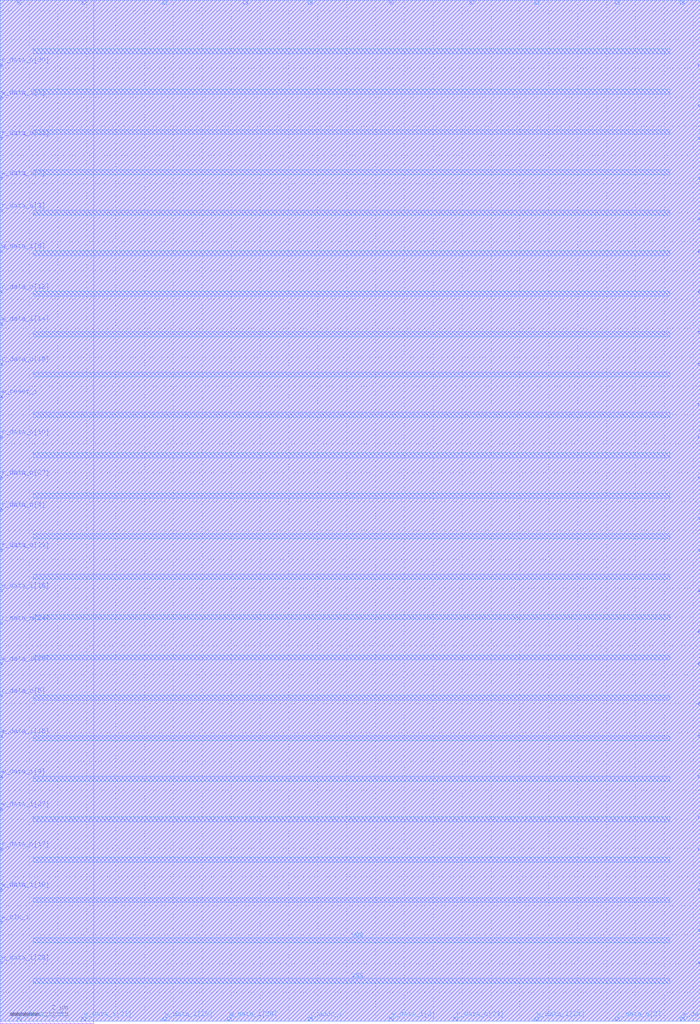
<source format=lef>
VERSION 5.8 ;
BUSBITCHARS "[]" ;
DIVIDERCHAR "/" ;
UNITS
    DATABASE MICRONS 2000 ;
END UNITS

MACRO bsg_mem_p32
  FOREIGN bsg_mem_p32 0 0 ;
  CLASS BLOCK ;
  SIZE 24.245 BY 35.365 ;
  PIN VSS
    USE GROUND ;
    DIRECTION INOUT ;
    PORT
      LAYER metal4 ;
        RECT  1.14 32.115 23.18 32.285 ;
        RECT  1.14 29.315 23.18 29.485 ;
        RECT  1.14 26.515 23.18 26.685 ;
        RECT  1.14 23.715 23.18 23.885 ;
        RECT  1.14 20.915 23.18 21.085 ;
        RECT  1.14 18.115 23.18 18.285 ;
        RECT  1.14 15.315 23.18 15.485 ;
        RECT  1.14 12.515 23.18 12.685 ;
        RECT  1.14 9.715 23.18 9.885 ;
        RECT  1.14 6.915 23.18 7.085 ;
        RECT  1.14 4.115 23.18 4.285 ;
        RECT  1.14 1.315 23.18 1.485 ;
    END
  END VSS
  PIN VDD
    USE POWER ;
    DIRECTION INOUT ;
    PORT
      LAYER metal4 ;
        RECT  1.14 33.515 23.18 33.685 ;
        RECT  1.14 30.715 23.18 30.885 ;
        RECT  1.14 27.915 23.18 28.085 ;
        RECT  1.14 25.115 23.18 25.285 ;
        RECT  1.14 22.315 23.18 22.485 ;
        RECT  1.14 19.515 23.18 19.685 ;
        RECT  1.14 16.715 23.18 16.885 ;
        RECT  1.14 13.915 23.18 14.085 ;
        RECT  1.14 11.115 23.18 11.285 ;
        RECT  1.14 8.315 23.18 8.485 ;
        RECT  1.14 5.515 23.18 5.685 ;
        RECT  1.14 2.715 23.18 2.885 ;
    END
  END VDD
  PIN r_addr_i
    DIRECTION INPUT ;
    USE SIGNAL ;
    PORT
      LAYER metal4 ;
        RECT  10.665 0 10.805 0.14 ;
    END
  END r_addr_i
  PIN r_data_o[0]
    DIRECTION OUTPUT ;
    USE SIGNAL ;
    PORT
      LAYER metal3 ;
        RECT  24.175 21.315 24.245 21.385 ;
    END
  END r_data_o[0]
  PIN r_data_o[10]
    DIRECTION OUTPUT ;
    USE SIGNAL ;
    PORT
      LAYER metal3 ;
        RECT  0 20.195 0.07 20.265 ;
    END
  END r_data_o[10]
  PIN r_data_o[11]
    DIRECTION OUTPUT ;
    USE SIGNAL ;
    PORT
      LAYER metal3 ;
        RECT  24.175 5.915 24.245 5.985 ;
    END
  END r_data_o[11]
  PIN r_data_o[12]
    DIRECTION OUTPUT ;
    USE SIGNAL ;
    PORT
      LAYER metal3 ;
        RECT  0 25.235 0.07 25.305 ;
    END
  END r_data_o[12]
  PIN r_data_o[13]
    DIRECTION OUTPUT ;
    USE SIGNAL ;
    PORT
      LAYER metal3 ;
        RECT  24.175 26.635 24.245 26.705 ;
    END
  END r_data_o[13]
  PIN r_data_o[14]
    DIRECTION OUTPUT ;
    USE SIGNAL ;
    PORT
      LAYER metal3 ;
        RECT  24.175 10.955 24.245 11.025 ;
    END
  END r_data_o[14]
  PIN r_data_o[15]
    DIRECTION OUTPUT ;
    USE SIGNAL ;
    PORT
      LAYER metal3 ;
        RECT  24.175 14.875 24.245 14.945 ;
    END
  END r_data_o[15]
  PIN r_data_o[16]
    DIRECTION OUTPUT ;
    USE SIGNAL ;
    PORT
      LAYER metal3 ;
        RECT  24.175 16.275 24.245 16.345 ;
    END
  END r_data_o[16]
  PIN r_data_o[17]
    DIRECTION OUTPUT ;
    USE SIGNAL ;
    PORT
      LAYER metal3 ;
        RECT  0 5.915 0.07 5.985 ;
    END
  END r_data_o[17]
  PIN r_data_o[18]
    DIRECTION OUTPUT ;
    USE SIGNAL ;
    PORT
      LAYER metal3 ;
        RECT  24.175 29.155 24.245 29.225 ;
    END
  END r_data_o[18]
  PIN r_data_o[19]
    DIRECTION OUTPUT ;
    USE SIGNAL ;
    PORT
      LAYER metal3 ;
        RECT  0 22.715 0.07 22.785 ;
    END
  END r_data_o[19]
  PIN r_data_o[1]
    DIRECTION OUTPUT ;
    USE SIGNAL ;
    PORT
      LAYER metal3 ;
        RECT  24.175 27.755 24.245 27.825 ;
    END
  END r_data_o[1]
  PIN r_data_o[20]
    DIRECTION OUTPUT ;
    USE SIGNAL ;
    PORT
      LAYER metal3 ;
        RECT  24.175 13.475 24.245 13.545 ;
    END
  END r_data_o[20]
  PIN r_data_o[21]
    DIRECTION OUTPUT ;
    USE SIGNAL ;
    PORT
      LAYER metal3 ;
        RECT  0 30.555 0.07 30.625 ;
    END
  END r_data_o[21]
  PIN r_data_o[22]
    DIRECTION OUTPUT ;
    USE SIGNAL ;
    PORT
      LAYER metal3 ;
        RECT  24.175 18.795 24.245 18.865 ;
    END
  END r_data_o[22]
  PIN r_data_o[23]
    DIRECTION OUTPUT ;
    USE SIGNAL ;
    PORT
      LAYER metal4 ;
        RECT  15.705 0 15.845 0.14 ;
    END
  END r_data_o[23]
  PIN r_data_o[24]
    DIRECTION OUTPUT ;
    USE SIGNAL ;
    PORT
      LAYER metal3 ;
        RECT  0 13.755 0.07 13.825 ;
    END
  END r_data_o[24]
  PIN r_data_o[25]
    DIRECTION OUTPUT ;
    USE SIGNAL ;
    PORT
      LAYER metal3 ;
        RECT  24.175 25.235 24.245 25.305 ;
    END
  END r_data_o[25]
  PIN r_data_o[26]
    DIRECTION OUTPUT ;
    USE SIGNAL ;
    PORT
      LAYER metal3 ;
        RECT  24.175 8.435 24.245 8.505 ;
    END
  END r_data_o[26]
  PIN r_data_o[27]
    DIRECTION OUTPUT ;
    USE SIGNAL ;
    PORT
      LAYER metal3 ;
        RECT  0 18.795 0.07 18.865 ;
    END
  END r_data_o[27]
  PIN r_data_o[28]
    DIRECTION OUTPUT ;
    USE SIGNAL ;
    PORT
      LAYER metal3 ;
        RECT  24.175 1.995 24.245 2.065 ;
    END
  END r_data_o[28]
  PIN r_data_o[29]
    DIRECTION OUTPUT ;
    USE SIGNAL ;
    PORT
      LAYER metal3 ;
        RECT  0 16.275 0.07 16.345 ;
    END
  END r_data_o[29]
  PIN r_data_o[2]
    DIRECTION OUTPUT ;
    USE SIGNAL ;
    PORT
      LAYER metal4 ;
        RECT  21.305 0 21.445 0.14 ;
    END
  END r_data_o[2]
  PIN r_data_o[30]
    DIRECTION OUTPUT ;
    USE SIGNAL ;
    PORT
      LAYER metal3 ;
        RECT  0 33.075 0.07 33.145 ;
    END
  END r_data_o[30]
  PIN r_data_o[31]
    DIRECTION OUTPUT ;
    USE SIGNAL ;
    PORT
      LAYER metal4 ;
        RECT  13.465 35.225 13.605 35.365 ;
    END
  END r_data_o[31]
  PIN r_data_o[3]
    DIRECTION OUTPUT ;
    USE SIGNAL ;
    PORT
      LAYER metal3 ;
        RECT  0 28.035 0.07 28.105 ;
    END
  END r_data_o[3]
  PIN r_data_o[4]
    DIRECTION OUTPUT ;
    USE SIGNAL ;
    PORT
      LAYER metal3 ;
        RECT  0 17.675 0.07 17.745 ;
    END
  END r_data_o[4]
  PIN r_data_o[5]
    DIRECTION OUTPUT ;
    USE SIGNAL ;
    PORT
      LAYER metal3 ;
        RECT  0 11.235 0.07 11.305 ;
    END
  END r_data_o[5]
  PIN r_data_o[6]
    DIRECTION OUTPUT ;
    USE SIGNAL ;
    PORT
      LAYER metal4 ;
        RECT  23.545 35.225 23.685 35.365 ;
    END
  END r_data_o[6]
  PIN r_data_o[7]
    DIRECTION OUTPUT ;
    USE SIGNAL ;
    PORT
      LAYER metal3 ;
        RECT  24.175 9.835 24.245 9.905 ;
    END
  END r_data_o[7]
  PIN r_data_o[8]
    DIRECTION OUTPUT ;
    USE SIGNAL ;
    PORT
      LAYER metal4 ;
        RECT  2.825 35.225 2.965 35.365 ;
    END
  END r_data_o[8]
  PIN r_data_o[9]
    DIRECTION OUTPUT ;
    USE SIGNAL ;
    PORT
      LAYER metal3 ;
        RECT  24.175 33.075 24.245 33.145 ;
    END
  END r_data_o[9]
  PIN r_v_i
    DIRECTION INPUT ;
    USE SIGNAL ;
    PORT
      LAYER metal3 ;
        RECT  24.175 7.035 24.245 7.105 ;
    END
  END r_v_i
  PIN w_addr_i
    DIRECTION INPUT ;
    USE SIGNAL ;
    PORT
      LAYER metal4 ;
        RECT  0.585 35.225 0.725 35.365 ;
    END
  END w_addr_i
  PIN w_clk_i
    DIRECTION INPUT ;
    USE SIGNAL ;
    PORT
      LAYER metal3 ;
        RECT  0 3.395 0.07 3.465 ;
    END
  END w_clk_i
  PIN w_data_i[0]
    DIRECTION INPUT ;
    USE SIGNAL ;
    PORT
      LAYER metal3 ;
        RECT  24.175 17.395 24.245 17.465 ;
    END
  END w_data_i[0]
  PIN w_data_i[10]
    DIRECTION INPUT ;
    USE SIGNAL ;
    PORT
      LAYER metal3 ;
        RECT  24.175 3.115 24.245 3.185 ;
    END
  END w_data_i[10]
  PIN w_data_i[11]
    DIRECTION INPUT ;
    USE SIGNAL ;
    PORT
      LAYER metal3 ;
        RECT  24.175 20.195 24.245 20.265 ;
    END
  END w_data_i[11]
  PIN w_data_i[12]
    DIRECTION INPUT ;
    USE SIGNAL ;
    PORT
      LAYER metal4 ;
        RECT  8.425 35.225 8.565 35.365 ;
    END
  END w_data_i[12]
  PIN w_data_i[13]
    DIRECTION INPUT ;
    USE SIGNAL ;
    PORT
      LAYER metal4 ;
        RECT  10.665 35.225 10.805 35.365 ;
    END
  END w_data_i[13]
  PIN w_data_i[14]
    DIRECTION INPUT ;
    USE SIGNAL ;
    PORT
      LAYER metal3 ;
        RECT  0 24.115 0.07 24.185 ;
    END
  END w_data_i[14]
  PIN w_data_i[15]
    DIRECTION INPUT ;
    USE SIGNAL ;
    PORT
      LAYER metal4 ;
        RECT  0.585 0 0.725 0.14 ;
    END
  END w_data_i[15]
  PIN w_data_i[16]
    DIRECTION INPUT ;
    USE SIGNAL ;
    PORT
      LAYER metal3 ;
        RECT  0 14.875 0.07 14.945 ;
    END
  END w_data_i[16]
  PIN w_data_i[17]
    DIRECTION INPUT ;
    USE SIGNAL ;
    PORT
      LAYER metal4 ;
        RECT  5.625 35.225 5.765 35.365 ;
    END
  END w_data_i[17]
  PIN w_data_i[18]
    DIRECTION INPUT ;
    USE SIGNAL ;
    PORT
      LAYER metal3 ;
        RECT  0 9.835 0.07 9.905 ;
    END
  END w_data_i[18]
  PIN w_data_i[19]
    DIRECTION INPUT ;
    USE SIGNAL ;
    PORT
      LAYER metal3 ;
        RECT  0 4.515 0.07 4.585 ;
    END
  END w_data_i[19]
  PIN w_data_i[1]
    DIRECTION INPUT ;
    USE SIGNAL ;
    PORT
      LAYER metal3 ;
        RECT  0 31.955 0.07 32.025 ;
    END
  END w_data_i[1]
  PIN w_data_i[20]
    DIRECTION INPUT ;
    USE SIGNAL ;
    PORT
      LAYER metal4 ;
        RECT  5.625 0 5.765 0.14 ;
    END
  END w_data_i[20]
  PIN w_data_i[21]
    DIRECTION INPUT ;
    USE SIGNAL ;
    PORT
      LAYER metal4 ;
        RECT  2.825 0 2.965 0.14 ;
    END
  END w_data_i[21]
  PIN w_data_i[22]
    DIRECTION INPUT ;
    USE SIGNAL ;
    PORT
      LAYER metal3 ;
        RECT  24.175 31.675 24.245 31.745 ;
    END
  END w_data_i[22]
  PIN w_data_i[23]
    DIRECTION INPUT ;
    USE SIGNAL ;
    PORT
      LAYER metal4 ;
        RECT  21.305 35.225 21.445 35.365 ;
    END
  END w_data_i[23]
  PIN w_data_i[24]
    DIRECTION INPUT ;
    USE SIGNAL ;
    PORT
      LAYER metal4 ;
        RECT  18.505 0 18.645 0.14 ;
    END
  END w_data_i[24]
  PIN w_data_i[25]
    DIRECTION INPUT ;
    USE SIGNAL ;
    PORT
      LAYER metal3 ;
        RECT  24.175 30.555 24.245 30.625 ;
    END
  END w_data_i[25]
  PIN w_data_i[26]
    DIRECTION INPUT ;
    USE SIGNAL ;
    PORT
      LAYER metal3 ;
        RECT  24.175 12.355 24.245 12.425 ;
    END
  END w_data_i[26]
  PIN w_data_i[27]
    DIRECTION INPUT ;
    USE SIGNAL ;
    PORT
      LAYER metal3 ;
        RECT  0 7.315 0.07 7.385 ;
    END
  END w_data_i[27]
  PIN w_data_i[28]
    DIRECTION INPUT ;
    USE SIGNAL ;
    PORT
      LAYER metal3 ;
        RECT  0 1.995 0.07 2.065 ;
    END
  END w_data_i[28]
  PIN w_data_i[29]
    DIRECTION INPUT ;
    USE SIGNAL ;
    PORT
      LAYER metal4 ;
        RECT  7.865 0 8.005 0.14 ;
    END
  END w_data_i[29]
  PIN w_data_i[2]
    DIRECTION INPUT ;
    USE SIGNAL ;
    PORT
      LAYER metal4 ;
        RECT  13.465 0 13.605 0.14 ;
    END
  END w_data_i[2]
  PIN w_data_i[30]
    DIRECTION INPUT ;
    USE SIGNAL ;
    PORT
      LAYER metal3 ;
        RECT  0 12.355 0.07 12.425 ;
    END
  END w_data_i[30]
  PIN w_data_i[31]
    DIRECTION INPUT ;
    USE SIGNAL ;
    PORT
      LAYER metal3 ;
        RECT  24.175 23.835 24.245 23.905 ;
    END
  END w_data_i[31]
  PIN w_data_i[3]
    DIRECTION INPUT ;
    USE SIGNAL ;
    PORT
      LAYER metal4 ;
        RECT  23.545 0 23.685 0.14 ;
    END
  END w_data_i[3]
  PIN w_data_i[4]
    DIRECTION INPUT ;
    USE SIGNAL ;
    PORT
      LAYER metal4 ;
        RECT  18.505 35.225 18.645 35.365 ;
    END
  END w_data_i[4]
  PIN w_data_i[5]
    DIRECTION INPUT ;
    USE SIGNAL ;
    PORT
      LAYER metal4 ;
        RECT  16.265 35.225 16.405 35.365 ;
    END
  END w_data_i[5]
  PIN w_data_i[6]
    DIRECTION INPUT ;
    USE SIGNAL ;
    PORT
      LAYER metal3 ;
        RECT  0 26.635 0.07 26.705 ;
    END
  END w_data_i[6]
  PIN w_data_i[7]
    DIRECTION INPUT ;
    USE SIGNAL ;
    PORT
      LAYER metal3 ;
        RECT  0 29.155 0.07 29.225 ;
    END
  END w_data_i[7]
  PIN w_data_i[8]
    DIRECTION INPUT ;
    USE SIGNAL ;
    PORT
      LAYER metal3 ;
        RECT  24.175 4.515 24.245 4.585 ;
    END
  END w_data_i[8]
  PIN w_data_i[9]
    DIRECTION INPUT ;
    USE SIGNAL ;
    PORT
      LAYER metal3 ;
        RECT  0 8.435 0.07 8.505 ;
    END
  END w_data_i[9]
  PIN w_reset_i
    DIRECTION INPUT ;
    USE SIGNAL ;
    PORT
      LAYER metal3 ;
        RECT  0 21.595 0.07 21.665 ;
    END
  END w_reset_i
  PIN w_v_i
    DIRECTION INPUT ;
    USE SIGNAL ;
    PORT
      LAYER metal3 ;
        RECT  24.175 22.715 24.245 22.785 ;
    END
  END w_v_i
  OBS
    LAYER metal1 ;
     RECT  0 -0.085 3.23 35.365 ;
     RECT  3.23 0 24.245 35.365 ;
    LAYER metal2 ;
     RECT  0 0 24.245 35.365 ;
    LAYER metal3 ;
     RECT  0 0 24.245 35.365 ;
    LAYER metal4 ;
     RECT  0 0 24.245 35.365 ;
  END
END bsg_mem_p32
END LIBRARY

</source>
